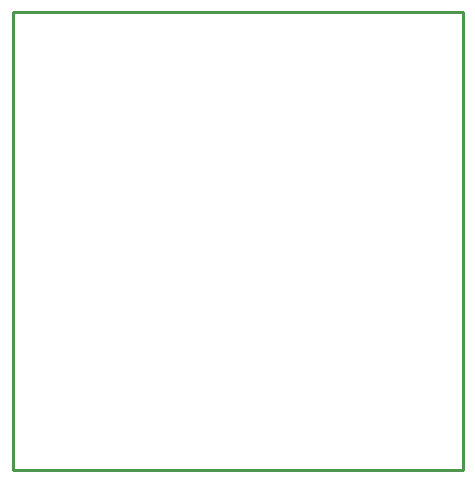
<source format=gbr>
G04 (created by PCBNEW (2013-07-07 BZR 4022)-stable) date 02/05/2014 07:12:38*
%MOIN*%
G04 Gerber Fmt 3.4, Leading zero omitted, Abs format*
%FSLAX34Y34*%
G01*
G70*
G90*
G04 APERTURE LIST*
%ADD10C,0.00590551*%
%ADD11C,0.01*%
G04 APERTURE END LIST*
G54D10*
G54D11*
X64000Y-49250D02*
X64000Y-52750D01*
X79000Y-49250D02*
X79000Y-52750D01*
X64000Y-37500D02*
X79000Y-37500D01*
X79000Y-52750D02*
X64000Y-52750D01*
X79000Y-37500D02*
X79000Y-49250D01*
X64000Y-49250D02*
X64000Y-37500D01*
M02*

</source>
